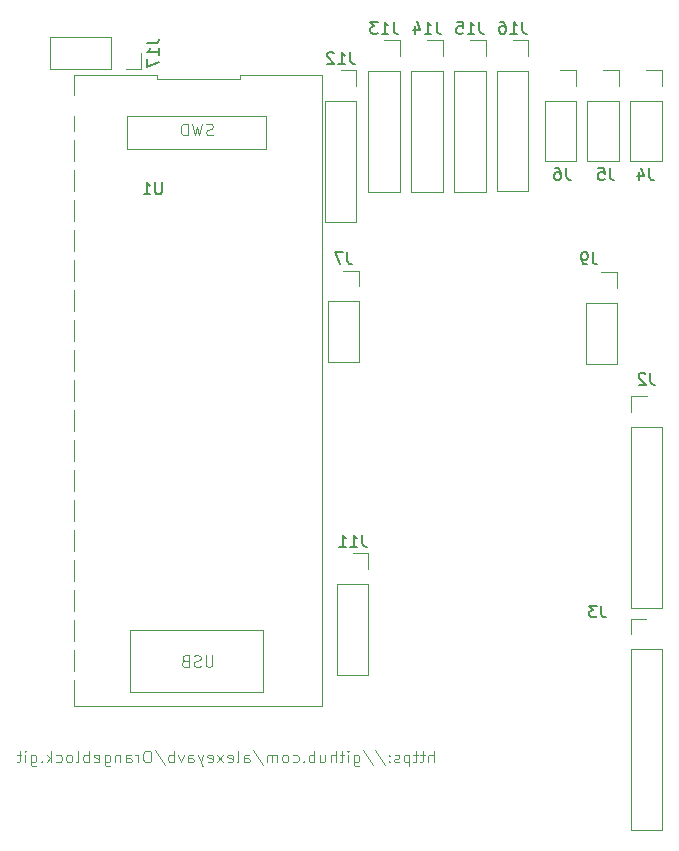
<source format=gbo>
G04 #@! TF.GenerationSoftware,KiCad,Pcbnew,8.0.5*
G04 #@! TF.CreationDate,2024-10-14T11:26:21+05:00*
G04 #@! TF.ProjectId,2floor_for_orange_pi,32666c6f-6f72-45f6-966f-725f6f72616e,rev?*
G04 #@! TF.SameCoordinates,Original*
G04 #@! TF.FileFunction,Legend,Bot*
G04 #@! TF.FilePolarity,Positive*
%FSLAX46Y46*%
G04 Gerber Fmt 4.6, Leading zero omitted, Abs format (unit mm)*
G04 Created by KiCad (PCBNEW 8.0.5) date 2024-10-14 11:26:21*
%MOMM*%
%LPD*%
G01*
G04 APERTURE LIST*
%ADD10C,0.100000*%
%ADD11C,0.150000*%
%ADD12C,0.120000*%
%ADD13R,1.700000X1.700000*%
%ADD14O,1.700000X1.700000*%
%ADD15R,2.000000X1.200000*%
%ADD16O,2.000000X1.200000*%
G04 APERTURE END LIST*
D10*
X56536115Y-79512419D02*
X56536115Y-78512419D01*
X56107544Y-79512419D02*
X56107544Y-78988609D01*
X56107544Y-78988609D02*
X56155163Y-78893371D01*
X56155163Y-78893371D02*
X56250401Y-78845752D01*
X56250401Y-78845752D02*
X56393258Y-78845752D01*
X56393258Y-78845752D02*
X56488496Y-78893371D01*
X56488496Y-78893371D02*
X56536115Y-78940990D01*
X55774210Y-78845752D02*
X55393258Y-78845752D01*
X55631353Y-78512419D02*
X55631353Y-79369561D01*
X55631353Y-79369561D02*
X55583734Y-79464800D01*
X55583734Y-79464800D02*
X55488496Y-79512419D01*
X55488496Y-79512419D02*
X55393258Y-79512419D01*
X55202781Y-78845752D02*
X54821829Y-78845752D01*
X55059924Y-78512419D02*
X55059924Y-79369561D01*
X55059924Y-79369561D02*
X55012305Y-79464800D01*
X55012305Y-79464800D02*
X54917067Y-79512419D01*
X54917067Y-79512419D02*
X54821829Y-79512419D01*
X54488495Y-78845752D02*
X54488495Y-79845752D01*
X54488495Y-78893371D02*
X54393257Y-78845752D01*
X54393257Y-78845752D02*
X54202781Y-78845752D01*
X54202781Y-78845752D02*
X54107543Y-78893371D01*
X54107543Y-78893371D02*
X54059924Y-78940990D01*
X54059924Y-78940990D02*
X54012305Y-79036228D01*
X54012305Y-79036228D02*
X54012305Y-79321942D01*
X54012305Y-79321942D02*
X54059924Y-79417180D01*
X54059924Y-79417180D02*
X54107543Y-79464800D01*
X54107543Y-79464800D02*
X54202781Y-79512419D01*
X54202781Y-79512419D02*
X54393257Y-79512419D01*
X54393257Y-79512419D02*
X54488495Y-79464800D01*
X53631352Y-79464800D02*
X53536114Y-79512419D01*
X53536114Y-79512419D02*
X53345638Y-79512419D01*
X53345638Y-79512419D02*
X53250400Y-79464800D01*
X53250400Y-79464800D02*
X53202781Y-79369561D01*
X53202781Y-79369561D02*
X53202781Y-79321942D01*
X53202781Y-79321942D02*
X53250400Y-79226704D01*
X53250400Y-79226704D02*
X53345638Y-79179085D01*
X53345638Y-79179085D02*
X53488495Y-79179085D01*
X53488495Y-79179085D02*
X53583733Y-79131466D01*
X53583733Y-79131466D02*
X53631352Y-79036228D01*
X53631352Y-79036228D02*
X53631352Y-78988609D01*
X53631352Y-78988609D02*
X53583733Y-78893371D01*
X53583733Y-78893371D02*
X53488495Y-78845752D01*
X53488495Y-78845752D02*
X53345638Y-78845752D01*
X53345638Y-78845752D02*
X53250400Y-78893371D01*
X52774209Y-79417180D02*
X52726590Y-79464800D01*
X52726590Y-79464800D02*
X52774209Y-79512419D01*
X52774209Y-79512419D02*
X52821828Y-79464800D01*
X52821828Y-79464800D02*
X52774209Y-79417180D01*
X52774209Y-79417180D02*
X52774209Y-79512419D01*
X52774209Y-78893371D02*
X52726590Y-78940990D01*
X52726590Y-78940990D02*
X52774209Y-78988609D01*
X52774209Y-78988609D02*
X52821828Y-78940990D01*
X52821828Y-78940990D02*
X52774209Y-78893371D01*
X52774209Y-78893371D02*
X52774209Y-78988609D01*
X51583734Y-78464800D02*
X52440876Y-79750514D01*
X50536115Y-78464800D02*
X51393257Y-79750514D01*
X49774210Y-78845752D02*
X49774210Y-79655276D01*
X49774210Y-79655276D02*
X49821829Y-79750514D01*
X49821829Y-79750514D02*
X49869448Y-79798133D01*
X49869448Y-79798133D02*
X49964686Y-79845752D01*
X49964686Y-79845752D02*
X50107543Y-79845752D01*
X50107543Y-79845752D02*
X50202781Y-79798133D01*
X49774210Y-79464800D02*
X49869448Y-79512419D01*
X49869448Y-79512419D02*
X50059924Y-79512419D01*
X50059924Y-79512419D02*
X50155162Y-79464800D01*
X50155162Y-79464800D02*
X50202781Y-79417180D01*
X50202781Y-79417180D02*
X50250400Y-79321942D01*
X50250400Y-79321942D02*
X50250400Y-79036228D01*
X50250400Y-79036228D02*
X50202781Y-78940990D01*
X50202781Y-78940990D02*
X50155162Y-78893371D01*
X50155162Y-78893371D02*
X50059924Y-78845752D01*
X50059924Y-78845752D02*
X49869448Y-78845752D01*
X49869448Y-78845752D02*
X49774210Y-78893371D01*
X49298019Y-79512419D02*
X49298019Y-78845752D01*
X49298019Y-78512419D02*
X49345638Y-78560038D01*
X49345638Y-78560038D02*
X49298019Y-78607657D01*
X49298019Y-78607657D02*
X49250400Y-78560038D01*
X49250400Y-78560038D02*
X49298019Y-78512419D01*
X49298019Y-78512419D02*
X49298019Y-78607657D01*
X48964686Y-78845752D02*
X48583734Y-78845752D01*
X48821829Y-78512419D02*
X48821829Y-79369561D01*
X48821829Y-79369561D02*
X48774210Y-79464800D01*
X48774210Y-79464800D02*
X48678972Y-79512419D01*
X48678972Y-79512419D02*
X48583734Y-79512419D01*
X48250400Y-79512419D02*
X48250400Y-78512419D01*
X47821829Y-79512419D02*
X47821829Y-78988609D01*
X47821829Y-78988609D02*
X47869448Y-78893371D01*
X47869448Y-78893371D02*
X47964686Y-78845752D01*
X47964686Y-78845752D02*
X48107543Y-78845752D01*
X48107543Y-78845752D02*
X48202781Y-78893371D01*
X48202781Y-78893371D02*
X48250400Y-78940990D01*
X46917067Y-78845752D02*
X46917067Y-79512419D01*
X47345638Y-78845752D02*
X47345638Y-79369561D01*
X47345638Y-79369561D02*
X47298019Y-79464800D01*
X47298019Y-79464800D02*
X47202781Y-79512419D01*
X47202781Y-79512419D02*
X47059924Y-79512419D01*
X47059924Y-79512419D02*
X46964686Y-79464800D01*
X46964686Y-79464800D02*
X46917067Y-79417180D01*
X46440876Y-79512419D02*
X46440876Y-78512419D01*
X46440876Y-78893371D02*
X46345638Y-78845752D01*
X46345638Y-78845752D02*
X46155162Y-78845752D01*
X46155162Y-78845752D02*
X46059924Y-78893371D01*
X46059924Y-78893371D02*
X46012305Y-78940990D01*
X46012305Y-78940990D02*
X45964686Y-79036228D01*
X45964686Y-79036228D02*
X45964686Y-79321942D01*
X45964686Y-79321942D02*
X46012305Y-79417180D01*
X46012305Y-79417180D02*
X46059924Y-79464800D01*
X46059924Y-79464800D02*
X46155162Y-79512419D01*
X46155162Y-79512419D02*
X46345638Y-79512419D01*
X46345638Y-79512419D02*
X46440876Y-79464800D01*
X45536114Y-79417180D02*
X45488495Y-79464800D01*
X45488495Y-79464800D02*
X45536114Y-79512419D01*
X45536114Y-79512419D02*
X45583733Y-79464800D01*
X45583733Y-79464800D02*
X45536114Y-79417180D01*
X45536114Y-79417180D02*
X45536114Y-79512419D01*
X44631353Y-79464800D02*
X44726591Y-79512419D01*
X44726591Y-79512419D02*
X44917067Y-79512419D01*
X44917067Y-79512419D02*
X45012305Y-79464800D01*
X45012305Y-79464800D02*
X45059924Y-79417180D01*
X45059924Y-79417180D02*
X45107543Y-79321942D01*
X45107543Y-79321942D02*
X45107543Y-79036228D01*
X45107543Y-79036228D02*
X45059924Y-78940990D01*
X45059924Y-78940990D02*
X45012305Y-78893371D01*
X45012305Y-78893371D02*
X44917067Y-78845752D01*
X44917067Y-78845752D02*
X44726591Y-78845752D01*
X44726591Y-78845752D02*
X44631353Y-78893371D01*
X44059924Y-79512419D02*
X44155162Y-79464800D01*
X44155162Y-79464800D02*
X44202781Y-79417180D01*
X44202781Y-79417180D02*
X44250400Y-79321942D01*
X44250400Y-79321942D02*
X44250400Y-79036228D01*
X44250400Y-79036228D02*
X44202781Y-78940990D01*
X44202781Y-78940990D02*
X44155162Y-78893371D01*
X44155162Y-78893371D02*
X44059924Y-78845752D01*
X44059924Y-78845752D02*
X43917067Y-78845752D01*
X43917067Y-78845752D02*
X43821829Y-78893371D01*
X43821829Y-78893371D02*
X43774210Y-78940990D01*
X43774210Y-78940990D02*
X43726591Y-79036228D01*
X43726591Y-79036228D02*
X43726591Y-79321942D01*
X43726591Y-79321942D02*
X43774210Y-79417180D01*
X43774210Y-79417180D02*
X43821829Y-79464800D01*
X43821829Y-79464800D02*
X43917067Y-79512419D01*
X43917067Y-79512419D02*
X44059924Y-79512419D01*
X43298019Y-79512419D02*
X43298019Y-78845752D01*
X43298019Y-78940990D02*
X43250400Y-78893371D01*
X43250400Y-78893371D02*
X43155162Y-78845752D01*
X43155162Y-78845752D02*
X43012305Y-78845752D01*
X43012305Y-78845752D02*
X42917067Y-78893371D01*
X42917067Y-78893371D02*
X42869448Y-78988609D01*
X42869448Y-78988609D02*
X42869448Y-79512419D01*
X42869448Y-78988609D02*
X42821829Y-78893371D01*
X42821829Y-78893371D02*
X42726591Y-78845752D01*
X42726591Y-78845752D02*
X42583734Y-78845752D01*
X42583734Y-78845752D02*
X42488495Y-78893371D01*
X42488495Y-78893371D02*
X42440876Y-78988609D01*
X42440876Y-78988609D02*
X42440876Y-79512419D01*
X41250401Y-78464800D02*
X42107543Y-79750514D01*
X40488496Y-79512419D02*
X40488496Y-78988609D01*
X40488496Y-78988609D02*
X40536115Y-78893371D01*
X40536115Y-78893371D02*
X40631353Y-78845752D01*
X40631353Y-78845752D02*
X40821829Y-78845752D01*
X40821829Y-78845752D02*
X40917067Y-78893371D01*
X40488496Y-79464800D02*
X40583734Y-79512419D01*
X40583734Y-79512419D02*
X40821829Y-79512419D01*
X40821829Y-79512419D02*
X40917067Y-79464800D01*
X40917067Y-79464800D02*
X40964686Y-79369561D01*
X40964686Y-79369561D02*
X40964686Y-79274323D01*
X40964686Y-79274323D02*
X40917067Y-79179085D01*
X40917067Y-79179085D02*
X40821829Y-79131466D01*
X40821829Y-79131466D02*
X40583734Y-79131466D01*
X40583734Y-79131466D02*
X40488496Y-79083847D01*
X39869448Y-79512419D02*
X39964686Y-79464800D01*
X39964686Y-79464800D02*
X40012305Y-79369561D01*
X40012305Y-79369561D02*
X40012305Y-78512419D01*
X39107543Y-79464800D02*
X39202781Y-79512419D01*
X39202781Y-79512419D02*
X39393257Y-79512419D01*
X39393257Y-79512419D02*
X39488495Y-79464800D01*
X39488495Y-79464800D02*
X39536114Y-79369561D01*
X39536114Y-79369561D02*
X39536114Y-78988609D01*
X39536114Y-78988609D02*
X39488495Y-78893371D01*
X39488495Y-78893371D02*
X39393257Y-78845752D01*
X39393257Y-78845752D02*
X39202781Y-78845752D01*
X39202781Y-78845752D02*
X39107543Y-78893371D01*
X39107543Y-78893371D02*
X39059924Y-78988609D01*
X39059924Y-78988609D02*
X39059924Y-79083847D01*
X39059924Y-79083847D02*
X39536114Y-79179085D01*
X38726590Y-79512419D02*
X38202781Y-78845752D01*
X38726590Y-78845752D02*
X38202781Y-79512419D01*
X37440876Y-79464800D02*
X37536114Y-79512419D01*
X37536114Y-79512419D02*
X37726590Y-79512419D01*
X37726590Y-79512419D02*
X37821828Y-79464800D01*
X37821828Y-79464800D02*
X37869447Y-79369561D01*
X37869447Y-79369561D02*
X37869447Y-78988609D01*
X37869447Y-78988609D02*
X37821828Y-78893371D01*
X37821828Y-78893371D02*
X37726590Y-78845752D01*
X37726590Y-78845752D02*
X37536114Y-78845752D01*
X37536114Y-78845752D02*
X37440876Y-78893371D01*
X37440876Y-78893371D02*
X37393257Y-78988609D01*
X37393257Y-78988609D02*
X37393257Y-79083847D01*
X37393257Y-79083847D02*
X37869447Y-79179085D01*
X37059923Y-78845752D02*
X36821828Y-79512419D01*
X36583733Y-78845752D02*
X36821828Y-79512419D01*
X36821828Y-79512419D02*
X36917066Y-79750514D01*
X36917066Y-79750514D02*
X36964685Y-79798133D01*
X36964685Y-79798133D02*
X37059923Y-79845752D01*
X35774209Y-79512419D02*
X35774209Y-78988609D01*
X35774209Y-78988609D02*
X35821828Y-78893371D01*
X35821828Y-78893371D02*
X35917066Y-78845752D01*
X35917066Y-78845752D02*
X36107542Y-78845752D01*
X36107542Y-78845752D02*
X36202780Y-78893371D01*
X35774209Y-79464800D02*
X35869447Y-79512419D01*
X35869447Y-79512419D02*
X36107542Y-79512419D01*
X36107542Y-79512419D02*
X36202780Y-79464800D01*
X36202780Y-79464800D02*
X36250399Y-79369561D01*
X36250399Y-79369561D02*
X36250399Y-79274323D01*
X36250399Y-79274323D02*
X36202780Y-79179085D01*
X36202780Y-79179085D02*
X36107542Y-79131466D01*
X36107542Y-79131466D02*
X35869447Y-79131466D01*
X35869447Y-79131466D02*
X35774209Y-79083847D01*
X35393256Y-78845752D02*
X35155161Y-79512419D01*
X35155161Y-79512419D02*
X34917066Y-78845752D01*
X34536113Y-79512419D02*
X34536113Y-78512419D01*
X34536113Y-78893371D02*
X34440875Y-78845752D01*
X34440875Y-78845752D02*
X34250399Y-78845752D01*
X34250399Y-78845752D02*
X34155161Y-78893371D01*
X34155161Y-78893371D02*
X34107542Y-78940990D01*
X34107542Y-78940990D02*
X34059923Y-79036228D01*
X34059923Y-79036228D02*
X34059923Y-79321942D01*
X34059923Y-79321942D02*
X34107542Y-79417180D01*
X34107542Y-79417180D02*
X34155161Y-79464800D01*
X34155161Y-79464800D02*
X34250399Y-79512419D01*
X34250399Y-79512419D02*
X34440875Y-79512419D01*
X34440875Y-79512419D02*
X34536113Y-79464800D01*
X32917066Y-78464800D02*
X33774208Y-79750514D01*
X32393256Y-78512419D02*
X32202780Y-78512419D01*
X32202780Y-78512419D02*
X32107542Y-78560038D01*
X32107542Y-78560038D02*
X32012304Y-78655276D01*
X32012304Y-78655276D02*
X31964685Y-78845752D01*
X31964685Y-78845752D02*
X31964685Y-79179085D01*
X31964685Y-79179085D02*
X32012304Y-79369561D01*
X32012304Y-79369561D02*
X32107542Y-79464800D01*
X32107542Y-79464800D02*
X32202780Y-79512419D01*
X32202780Y-79512419D02*
X32393256Y-79512419D01*
X32393256Y-79512419D02*
X32488494Y-79464800D01*
X32488494Y-79464800D02*
X32583732Y-79369561D01*
X32583732Y-79369561D02*
X32631351Y-79179085D01*
X32631351Y-79179085D02*
X32631351Y-78845752D01*
X32631351Y-78845752D02*
X32583732Y-78655276D01*
X32583732Y-78655276D02*
X32488494Y-78560038D01*
X32488494Y-78560038D02*
X32393256Y-78512419D01*
X31536113Y-79512419D02*
X31536113Y-78845752D01*
X31536113Y-79036228D02*
X31488494Y-78940990D01*
X31488494Y-78940990D02*
X31440875Y-78893371D01*
X31440875Y-78893371D02*
X31345637Y-78845752D01*
X31345637Y-78845752D02*
X31250399Y-78845752D01*
X30488494Y-79512419D02*
X30488494Y-78988609D01*
X30488494Y-78988609D02*
X30536113Y-78893371D01*
X30536113Y-78893371D02*
X30631351Y-78845752D01*
X30631351Y-78845752D02*
X30821827Y-78845752D01*
X30821827Y-78845752D02*
X30917065Y-78893371D01*
X30488494Y-79464800D02*
X30583732Y-79512419D01*
X30583732Y-79512419D02*
X30821827Y-79512419D01*
X30821827Y-79512419D02*
X30917065Y-79464800D01*
X30917065Y-79464800D02*
X30964684Y-79369561D01*
X30964684Y-79369561D02*
X30964684Y-79274323D01*
X30964684Y-79274323D02*
X30917065Y-79179085D01*
X30917065Y-79179085D02*
X30821827Y-79131466D01*
X30821827Y-79131466D02*
X30583732Y-79131466D01*
X30583732Y-79131466D02*
X30488494Y-79083847D01*
X30012303Y-78845752D02*
X30012303Y-79512419D01*
X30012303Y-78940990D02*
X29964684Y-78893371D01*
X29964684Y-78893371D02*
X29869446Y-78845752D01*
X29869446Y-78845752D02*
X29726589Y-78845752D01*
X29726589Y-78845752D02*
X29631351Y-78893371D01*
X29631351Y-78893371D02*
X29583732Y-78988609D01*
X29583732Y-78988609D02*
X29583732Y-79512419D01*
X28678970Y-78845752D02*
X28678970Y-79655276D01*
X28678970Y-79655276D02*
X28726589Y-79750514D01*
X28726589Y-79750514D02*
X28774208Y-79798133D01*
X28774208Y-79798133D02*
X28869446Y-79845752D01*
X28869446Y-79845752D02*
X29012303Y-79845752D01*
X29012303Y-79845752D02*
X29107541Y-79798133D01*
X28678970Y-79464800D02*
X28774208Y-79512419D01*
X28774208Y-79512419D02*
X28964684Y-79512419D01*
X28964684Y-79512419D02*
X29059922Y-79464800D01*
X29059922Y-79464800D02*
X29107541Y-79417180D01*
X29107541Y-79417180D02*
X29155160Y-79321942D01*
X29155160Y-79321942D02*
X29155160Y-79036228D01*
X29155160Y-79036228D02*
X29107541Y-78940990D01*
X29107541Y-78940990D02*
X29059922Y-78893371D01*
X29059922Y-78893371D02*
X28964684Y-78845752D01*
X28964684Y-78845752D02*
X28774208Y-78845752D01*
X28774208Y-78845752D02*
X28678970Y-78893371D01*
X27821827Y-79464800D02*
X27917065Y-79512419D01*
X27917065Y-79512419D02*
X28107541Y-79512419D01*
X28107541Y-79512419D02*
X28202779Y-79464800D01*
X28202779Y-79464800D02*
X28250398Y-79369561D01*
X28250398Y-79369561D02*
X28250398Y-78988609D01*
X28250398Y-78988609D02*
X28202779Y-78893371D01*
X28202779Y-78893371D02*
X28107541Y-78845752D01*
X28107541Y-78845752D02*
X27917065Y-78845752D01*
X27917065Y-78845752D02*
X27821827Y-78893371D01*
X27821827Y-78893371D02*
X27774208Y-78988609D01*
X27774208Y-78988609D02*
X27774208Y-79083847D01*
X27774208Y-79083847D02*
X28250398Y-79179085D01*
X27345636Y-79512419D02*
X27345636Y-78512419D01*
X27345636Y-78893371D02*
X27250398Y-78845752D01*
X27250398Y-78845752D02*
X27059922Y-78845752D01*
X27059922Y-78845752D02*
X26964684Y-78893371D01*
X26964684Y-78893371D02*
X26917065Y-78940990D01*
X26917065Y-78940990D02*
X26869446Y-79036228D01*
X26869446Y-79036228D02*
X26869446Y-79321942D01*
X26869446Y-79321942D02*
X26917065Y-79417180D01*
X26917065Y-79417180D02*
X26964684Y-79464800D01*
X26964684Y-79464800D02*
X27059922Y-79512419D01*
X27059922Y-79512419D02*
X27250398Y-79512419D01*
X27250398Y-79512419D02*
X27345636Y-79464800D01*
X26298017Y-79512419D02*
X26393255Y-79464800D01*
X26393255Y-79464800D02*
X26440874Y-79369561D01*
X26440874Y-79369561D02*
X26440874Y-78512419D01*
X25774207Y-79512419D02*
X25869445Y-79464800D01*
X25869445Y-79464800D02*
X25917064Y-79417180D01*
X25917064Y-79417180D02*
X25964683Y-79321942D01*
X25964683Y-79321942D02*
X25964683Y-79036228D01*
X25964683Y-79036228D02*
X25917064Y-78940990D01*
X25917064Y-78940990D02*
X25869445Y-78893371D01*
X25869445Y-78893371D02*
X25774207Y-78845752D01*
X25774207Y-78845752D02*
X25631350Y-78845752D01*
X25631350Y-78845752D02*
X25536112Y-78893371D01*
X25536112Y-78893371D02*
X25488493Y-78940990D01*
X25488493Y-78940990D02*
X25440874Y-79036228D01*
X25440874Y-79036228D02*
X25440874Y-79321942D01*
X25440874Y-79321942D02*
X25488493Y-79417180D01*
X25488493Y-79417180D02*
X25536112Y-79464800D01*
X25536112Y-79464800D02*
X25631350Y-79512419D01*
X25631350Y-79512419D02*
X25774207Y-79512419D01*
X24583731Y-79464800D02*
X24678969Y-79512419D01*
X24678969Y-79512419D02*
X24869445Y-79512419D01*
X24869445Y-79512419D02*
X24964683Y-79464800D01*
X24964683Y-79464800D02*
X25012302Y-79417180D01*
X25012302Y-79417180D02*
X25059921Y-79321942D01*
X25059921Y-79321942D02*
X25059921Y-79036228D01*
X25059921Y-79036228D02*
X25012302Y-78940990D01*
X25012302Y-78940990D02*
X24964683Y-78893371D01*
X24964683Y-78893371D02*
X24869445Y-78845752D01*
X24869445Y-78845752D02*
X24678969Y-78845752D01*
X24678969Y-78845752D02*
X24583731Y-78893371D01*
X24155159Y-79512419D02*
X24155159Y-78512419D01*
X24059921Y-79131466D02*
X23774207Y-79512419D01*
X23774207Y-78845752D02*
X24155159Y-79226704D01*
X23345635Y-79417180D02*
X23298016Y-79464800D01*
X23298016Y-79464800D02*
X23345635Y-79512419D01*
X23345635Y-79512419D02*
X23393254Y-79464800D01*
X23393254Y-79464800D02*
X23345635Y-79417180D01*
X23345635Y-79417180D02*
X23345635Y-79512419D01*
X22440874Y-78845752D02*
X22440874Y-79655276D01*
X22440874Y-79655276D02*
X22488493Y-79750514D01*
X22488493Y-79750514D02*
X22536112Y-79798133D01*
X22536112Y-79798133D02*
X22631350Y-79845752D01*
X22631350Y-79845752D02*
X22774207Y-79845752D01*
X22774207Y-79845752D02*
X22869445Y-79798133D01*
X22440874Y-79464800D02*
X22536112Y-79512419D01*
X22536112Y-79512419D02*
X22726588Y-79512419D01*
X22726588Y-79512419D02*
X22821826Y-79464800D01*
X22821826Y-79464800D02*
X22869445Y-79417180D01*
X22869445Y-79417180D02*
X22917064Y-79321942D01*
X22917064Y-79321942D02*
X22917064Y-79036228D01*
X22917064Y-79036228D02*
X22869445Y-78940990D01*
X22869445Y-78940990D02*
X22821826Y-78893371D01*
X22821826Y-78893371D02*
X22726588Y-78845752D01*
X22726588Y-78845752D02*
X22536112Y-78845752D01*
X22536112Y-78845752D02*
X22440874Y-78893371D01*
X21964683Y-79512419D02*
X21964683Y-78845752D01*
X21964683Y-78512419D02*
X22012302Y-78560038D01*
X22012302Y-78560038D02*
X21964683Y-78607657D01*
X21964683Y-78607657D02*
X21917064Y-78560038D01*
X21917064Y-78560038D02*
X21964683Y-78512419D01*
X21964683Y-78512419D02*
X21964683Y-78607657D01*
X21631350Y-78845752D02*
X21250398Y-78845752D01*
X21488493Y-78512419D02*
X21488493Y-79369561D01*
X21488493Y-79369561D02*
X21440874Y-79464800D01*
X21440874Y-79464800D02*
X21345636Y-79512419D01*
X21345636Y-79512419D02*
X21250398Y-79512419D01*
D11*
X64039523Y-16794819D02*
X64039523Y-17509104D01*
X64039523Y-17509104D02*
X64087142Y-17651961D01*
X64087142Y-17651961D02*
X64182380Y-17747200D01*
X64182380Y-17747200D02*
X64325237Y-17794819D01*
X64325237Y-17794819D02*
X64420475Y-17794819D01*
X63039523Y-17794819D02*
X63610951Y-17794819D01*
X63325237Y-17794819D02*
X63325237Y-16794819D01*
X63325237Y-16794819D02*
X63420475Y-16937676D01*
X63420475Y-16937676D02*
X63515713Y-17032914D01*
X63515713Y-17032914D02*
X63610951Y-17080533D01*
X62182380Y-16794819D02*
X62372856Y-16794819D01*
X62372856Y-16794819D02*
X62468094Y-16842438D01*
X62468094Y-16842438D02*
X62515713Y-16890057D01*
X62515713Y-16890057D02*
X62610951Y-17032914D01*
X62610951Y-17032914D02*
X62658570Y-17223390D01*
X62658570Y-17223390D02*
X62658570Y-17604342D01*
X62658570Y-17604342D02*
X62610951Y-17699580D01*
X62610951Y-17699580D02*
X62563332Y-17747200D01*
X62563332Y-17747200D02*
X62468094Y-17794819D01*
X62468094Y-17794819D02*
X62277618Y-17794819D01*
X62277618Y-17794819D02*
X62182380Y-17747200D01*
X62182380Y-17747200D02*
X62134761Y-17699580D01*
X62134761Y-17699580D02*
X62087142Y-17604342D01*
X62087142Y-17604342D02*
X62087142Y-17366247D01*
X62087142Y-17366247D02*
X62134761Y-17271009D01*
X62134761Y-17271009D02*
X62182380Y-17223390D01*
X62182380Y-17223390D02*
X62277618Y-17175771D01*
X62277618Y-17175771D02*
X62468094Y-17175771D01*
X62468094Y-17175771D02*
X62563332Y-17223390D01*
X62563332Y-17223390D02*
X62610951Y-17271009D01*
X62610951Y-17271009D02*
X62658570Y-17366247D01*
X49243333Y-36314819D02*
X49243333Y-37029104D01*
X49243333Y-37029104D02*
X49290952Y-37171961D01*
X49290952Y-37171961D02*
X49386190Y-37267200D01*
X49386190Y-37267200D02*
X49529047Y-37314819D01*
X49529047Y-37314819D02*
X49624285Y-37314819D01*
X48862380Y-36314819D02*
X48195714Y-36314819D01*
X48195714Y-36314819D02*
X48624285Y-37314819D01*
X70023333Y-36324819D02*
X70023333Y-37039104D01*
X70023333Y-37039104D02*
X70070952Y-37181961D01*
X70070952Y-37181961D02*
X70166190Y-37277200D01*
X70166190Y-37277200D02*
X70309047Y-37324819D01*
X70309047Y-37324819D02*
X70404285Y-37324819D01*
X69499523Y-37324819D02*
X69309047Y-37324819D01*
X69309047Y-37324819D02*
X69213809Y-37277200D01*
X69213809Y-37277200D02*
X69166190Y-37229580D01*
X69166190Y-37229580D02*
X69070952Y-37086723D01*
X69070952Y-37086723D02*
X69023333Y-36896247D01*
X69023333Y-36896247D02*
X69023333Y-36515295D01*
X69023333Y-36515295D02*
X69070952Y-36420057D01*
X69070952Y-36420057D02*
X69118571Y-36372438D01*
X69118571Y-36372438D02*
X69213809Y-36324819D01*
X69213809Y-36324819D02*
X69404285Y-36324819D01*
X69404285Y-36324819D02*
X69499523Y-36372438D01*
X69499523Y-36372438D02*
X69547142Y-36420057D01*
X69547142Y-36420057D02*
X69594761Y-36515295D01*
X69594761Y-36515295D02*
X69594761Y-36753390D01*
X69594761Y-36753390D02*
X69547142Y-36848628D01*
X69547142Y-36848628D02*
X69499523Y-36896247D01*
X69499523Y-36896247D02*
X69404285Y-36943866D01*
X69404285Y-36943866D02*
X69213809Y-36943866D01*
X69213809Y-36943866D02*
X69118571Y-36896247D01*
X69118571Y-36896247D02*
X69070952Y-36848628D01*
X69070952Y-36848628D02*
X69023333Y-36753390D01*
X32264819Y-18620476D02*
X32979104Y-18620476D01*
X32979104Y-18620476D02*
X33121961Y-18572857D01*
X33121961Y-18572857D02*
X33217200Y-18477619D01*
X33217200Y-18477619D02*
X33264819Y-18334762D01*
X33264819Y-18334762D02*
X33264819Y-18239524D01*
X33264819Y-19620476D02*
X33264819Y-19049048D01*
X33264819Y-19334762D02*
X32264819Y-19334762D01*
X32264819Y-19334762D02*
X32407676Y-19239524D01*
X32407676Y-19239524D02*
X32502914Y-19144286D01*
X32502914Y-19144286D02*
X32550533Y-19049048D01*
X32264819Y-19953810D02*
X32264819Y-20620476D01*
X32264819Y-20620476D02*
X33264819Y-20191905D01*
X33551904Y-30394819D02*
X33551904Y-31204342D01*
X33551904Y-31204342D02*
X33504285Y-31299580D01*
X33504285Y-31299580D02*
X33456666Y-31347200D01*
X33456666Y-31347200D02*
X33361428Y-31394819D01*
X33361428Y-31394819D02*
X33170952Y-31394819D01*
X33170952Y-31394819D02*
X33075714Y-31347200D01*
X33075714Y-31347200D02*
X33028095Y-31299580D01*
X33028095Y-31299580D02*
X32980476Y-31204342D01*
X32980476Y-31204342D02*
X32980476Y-30394819D01*
X31980476Y-31394819D02*
X32551904Y-31394819D01*
X32266190Y-31394819D02*
X32266190Y-30394819D01*
X32266190Y-30394819D02*
X32361428Y-30537676D01*
X32361428Y-30537676D02*
X32456666Y-30632914D01*
X32456666Y-30632914D02*
X32551904Y-30680533D01*
D10*
X37863734Y-26364800D02*
X37720877Y-26412419D01*
X37720877Y-26412419D02*
X37482782Y-26412419D01*
X37482782Y-26412419D02*
X37387544Y-26364800D01*
X37387544Y-26364800D02*
X37339925Y-26317180D01*
X37339925Y-26317180D02*
X37292306Y-26221942D01*
X37292306Y-26221942D02*
X37292306Y-26126704D01*
X37292306Y-26126704D02*
X37339925Y-26031466D01*
X37339925Y-26031466D02*
X37387544Y-25983847D01*
X37387544Y-25983847D02*
X37482782Y-25936228D01*
X37482782Y-25936228D02*
X37673258Y-25888609D01*
X37673258Y-25888609D02*
X37768496Y-25840990D01*
X37768496Y-25840990D02*
X37816115Y-25793371D01*
X37816115Y-25793371D02*
X37863734Y-25698133D01*
X37863734Y-25698133D02*
X37863734Y-25602895D01*
X37863734Y-25602895D02*
X37816115Y-25507657D01*
X37816115Y-25507657D02*
X37768496Y-25460038D01*
X37768496Y-25460038D02*
X37673258Y-25412419D01*
X37673258Y-25412419D02*
X37435163Y-25412419D01*
X37435163Y-25412419D02*
X37292306Y-25460038D01*
X36958972Y-25412419D02*
X36720877Y-26412419D01*
X36720877Y-26412419D02*
X36530401Y-25698133D01*
X36530401Y-25698133D02*
X36339925Y-26412419D01*
X36339925Y-26412419D02*
X36101830Y-25412419D01*
X35720877Y-26412419D02*
X35720877Y-25412419D01*
X35720877Y-25412419D02*
X35482782Y-25412419D01*
X35482782Y-25412419D02*
X35339925Y-25460038D01*
X35339925Y-25460038D02*
X35244687Y-25555276D01*
X35244687Y-25555276D02*
X35197068Y-25650514D01*
X35197068Y-25650514D02*
X35149449Y-25840990D01*
X35149449Y-25840990D02*
X35149449Y-25983847D01*
X35149449Y-25983847D02*
X35197068Y-26174323D01*
X35197068Y-26174323D02*
X35244687Y-26269561D01*
X35244687Y-26269561D02*
X35339925Y-26364800D01*
X35339925Y-26364800D02*
X35482782Y-26412419D01*
X35482782Y-26412419D02*
X35720877Y-26412419D01*
X37816115Y-70412419D02*
X37816115Y-71221942D01*
X37816115Y-71221942D02*
X37768496Y-71317180D01*
X37768496Y-71317180D02*
X37720877Y-71364800D01*
X37720877Y-71364800D02*
X37625639Y-71412419D01*
X37625639Y-71412419D02*
X37435163Y-71412419D01*
X37435163Y-71412419D02*
X37339925Y-71364800D01*
X37339925Y-71364800D02*
X37292306Y-71317180D01*
X37292306Y-71317180D02*
X37244687Y-71221942D01*
X37244687Y-71221942D02*
X37244687Y-70412419D01*
X36816115Y-71364800D02*
X36673258Y-71412419D01*
X36673258Y-71412419D02*
X36435163Y-71412419D01*
X36435163Y-71412419D02*
X36339925Y-71364800D01*
X36339925Y-71364800D02*
X36292306Y-71317180D01*
X36292306Y-71317180D02*
X36244687Y-71221942D01*
X36244687Y-71221942D02*
X36244687Y-71126704D01*
X36244687Y-71126704D02*
X36292306Y-71031466D01*
X36292306Y-71031466D02*
X36339925Y-70983847D01*
X36339925Y-70983847D02*
X36435163Y-70936228D01*
X36435163Y-70936228D02*
X36625639Y-70888609D01*
X36625639Y-70888609D02*
X36720877Y-70840990D01*
X36720877Y-70840990D02*
X36768496Y-70793371D01*
X36768496Y-70793371D02*
X36816115Y-70698133D01*
X36816115Y-70698133D02*
X36816115Y-70602895D01*
X36816115Y-70602895D02*
X36768496Y-70507657D01*
X36768496Y-70507657D02*
X36720877Y-70460038D01*
X36720877Y-70460038D02*
X36625639Y-70412419D01*
X36625639Y-70412419D02*
X36387544Y-70412419D01*
X36387544Y-70412419D02*
X36244687Y-70460038D01*
X35482782Y-70888609D02*
X35339925Y-70936228D01*
X35339925Y-70936228D02*
X35292306Y-70983847D01*
X35292306Y-70983847D02*
X35244687Y-71079085D01*
X35244687Y-71079085D02*
X35244687Y-71221942D01*
X35244687Y-71221942D02*
X35292306Y-71317180D01*
X35292306Y-71317180D02*
X35339925Y-71364800D01*
X35339925Y-71364800D02*
X35435163Y-71412419D01*
X35435163Y-71412419D02*
X35816115Y-71412419D01*
X35816115Y-71412419D02*
X35816115Y-70412419D01*
X35816115Y-70412419D02*
X35482782Y-70412419D01*
X35482782Y-70412419D02*
X35387544Y-70460038D01*
X35387544Y-70460038D02*
X35339925Y-70507657D01*
X35339925Y-70507657D02*
X35292306Y-70602895D01*
X35292306Y-70602895D02*
X35292306Y-70698133D01*
X35292306Y-70698133D02*
X35339925Y-70793371D01*
X35339925Y-70793371D02*
X35387544Y-70840990D01*
X35387544Y-70840990D02*
X35482782Y-70888609D01*
X35482782Y-70888609D02*
X35816115Y-70888609D01*
D11*
X70733333Y-66234819D02*
X70733333Y-66949104D01*
X70733333Y-66949104D02*
X70780952Y-67091961D01*
X70780952Y-67091961D02*
X70876190Y-67187200D01*
X70876190Y-67187200D02*
X71019047Y-67234819D01*
X71019047Y-67234819D02*
X71114285Y-67234819D01*
X70352380Y-66234819D02*
X69733333Y-66234819D01*
X69733333Y-66234819D02*
X70066666Y-66615771D01*
X70066666Y-66615771D02*
X69923809Y-66615771D01*
X69923809Y-66615771D02*
X69828571Y-66663390D01*
X69828571Y-66663390D02*
X69780952Y-66711009D01*
X69780952Y-66711009D02*
X69733333Y-66806247D01*
X69733333Y-66806247D02*
X69733333Y-67044342D01*
X69733333Y-67044342D02*
X69780952Y-67139580D01*
X69780952Y-67139580D02*
X69828571Y-67187200D01*
X69828571Y-67187200D02*
X69923809Y-67234819D01*
X69923809Y-67234819D02*
X70209523Y-67234819D01*
X70209523Y-67234819D02*
X70304761Y-67187200D01*
X70304761Y-67187200D02*
X70352380Y-67139580D01*
X56789523Y-16804819D02*
X56789523Y-17519104D01*
X56789523Y-17519104D02*
X56837142Y-17661961D01*
X56837142Y-17661961D02*
X56932380Y-17757200D01*
X56932380Y-17757200D02*
X57075237Y-17804819D01*
X57075237Y-17804819D02*
X57170475Y-17804819D01*
X55789523Y-17804819D02*
X56360951Y-17804819D01*
X56075237Y-17804819D02*
X56075237Y-16804819D01*
X56075237Y-16804819D02*
X56170475Y-16947676D01*
X56170475Y-16947676D02*
X56265713Y-17042914D01*
X56265713Y-17042914D02*
X56360951Y-17090533D01*
X54932380Y-17138152D02*
X54932380Y-17804819D01*
X55170475Y-16757200D02*
X55408570Y-17471485D01*
X55408570Y-17471485D02*
X54789523Y-17471485D01*
X74903333Y-46524819D02*
X74903333Y-47239104D01*
X74903333Y-47239104D02*
X74950952Y-47381961D01*
X74950952Y-47381961D02*
X75046190Y-47477200D01*
X75046190Y-47477200D02*
X75189047Y-47524819D01*
X75189047Y-47524819D02*
X75284285Y-47524819D01*
X74474761Y-46620057D02*
X74427142Y-46572438D01*
X74427142Y-46572438D02*
X74331904Y-46524819D01*
X74331904Y-46524819D02*
X74093809Y-46524819D01*
X74093809Y-46524819D02*
X73998571Y-46572438D01*
X73998571Y-46572438D02*
X73950952Y-46620057D01*
X73950952Y-46620057D02*
X73903333Y-46715295D01*
X73903333Y-46715295D02*
X73903333Y-46810533D01*
X73903333Y-46810533D02*
X73950952Y-46953390D01*
X73950952Y-46953390D02*
X74522380Y-47524819D01*
X74522380Y-47524819D02*
X73903333Y-47524819D01*
X67753333Y-29174819D02*
X67753333Y-29889104D01*
X67753333Y-29889104D02*
X67800952Y-30031961D01*
X67800952Y-30031961D02*
X67896190Y-30127200D01*
X67896190Y-30127200D02*
X68039047Y-30174819D01*
X68039047Y-30174819D02*
X68134285Y-30174819D01*
X66848571Y-29174819D02*
X67039047Y-29174819D01*
X67039047Y-29174819D02*
X67134285Y-29222438D01*
X67134285Y-29222438D02*
X67181904Y-29270057D01*
X67181904Y-29270057D02*
X67277142Y-29412914D01*
X67277142Y-29412914D02*
X67324761Y-29603390D01*
X67324761Y-29603390D02*
X67324761Y-29984342D01*
X67324761Y-29984342D02*
X67277142Y-30079580D01*
X67277142Y-30079580D02*
X67229523Y-30127200D01*
X67229523Y-30127200D02*
X67134285Y-30174819D01*
X67134285Y-30174819D02*
X66943809Y-30174819D01*
X66943809Y-30174819D02*
X66848571Y-30127200D01*
X66848571Y-30127200D02*
X66800952Y-30079580D01*
X66800952Y-30079580D02*
X66753333Y-29984342D01*
X66753333Y-29984342D02*
X66753333Y-29746247D01*
X66753333Y-29746247D02*
X66800952Y-29651009D01*
X66800952Y-29651009D02*
X66848571Y-29603390D01*
X66848571Y-29603390D02*
X66943809Y-29555771D01*
X66943809Y-29555771D02*
X67134285Y-29555771D01*
X67134285Y-29555771D02*
X67229523Y-29603390D01*
X67229523Y-29603390D02*
X67277142Y-29651009D01*
X67277142Y-29651009D02*
X67324761Y-29746247D01*
X53149523Y-16804819D02*
X53149523Y-17519104D01*
X53149523Y-17519104D02*
X53197142Y-17661961D01*
X53197142Y-17661961D02*
X53292380Y-17757200D01*
X53292380Y-17757200D02*
X53435237Y-17804819D01*
X53435237Y-17804819D02*
X53530475Y-17804819D01*
X52149523Y-17804819D02*
X52720951Y-17804819D01*
X52435237Y-17804819D02*
X52435237Y-16804819D01*
X52435237Y-16804819D02*
X52530475Y-16947676D01*
X52530475Y-16947676D02*
X52625713Y-17042914D01*
X52625713Y-17042914D02*
X52720951Y-17090533D01*
X51816189Y-16804819D02*
X51197142Y-16804819D01*
X51197142Y-16804819D02*
X51530475Y-17185771D01*
X51530475Y-17185771D02*
X51387618Y-17185771D01*
X51387618Y-17185771D02*
X51292380Y-17233390D01*
X51292380Y-17233390D02*
X51244761Y-17281009D01*
X51244761Y-17281009D02*
X51197142Y-17376247D01*
X51197142Y-17376247D02*
X51197142Y-17614342D01*
X51197142Y-17614342D02*
X51244761Y-17709580D01*
X51244761Y-17709580D02*
X51292380Y-17757200D01*
X51292380Y-17757200D02*
X51387618Y-17804819D01*
X51387618Y-17804819D02*
X51673332Y-17804819D01*
X51673332Y-17804819D02*
X51768570Y-17757200D01*
X51768570Y-17757200D02*
X51816189Y-17709580D01*
X71453333Y-29174819D02*
X71453333Y-29889104D01*
X71453333Y-29889104D02*
X71500952Y-30031961D01*
X71500952Y-30031961D02*
X71596190Y-30127200D01*
X71596190Y-30127200D02*
X71739047Y-30174819D01*
X71739047Y-30174819D02*
X71834285Y-30174819D01*
X70500952Y-29174819D02*
X70977142Y-29174819D01*
X70977142Y-29174819D02*
X71024761Y-29651009D01*
X71024761Y-29651009D02*
X70977142Y-29603390D01*
X70977142Y-29603390D02*
X70881904Y-29555771D01*
X70881904Y-29555771D02*
X70643809Y-29555771D01*
X70643809Y-29555771D02*
X70548571Y-29603390D01*
X70548571Y-29603390D02*
X70500952Y-29651009D01*
X70500952Y-29651009D02*
X70453333Y-29746247D01*
X70453333Y-29746247D02*
X70453333Y-29984342D01*
X70453333Y-29984342D02*
X70500952Y-30079580D01*
X70500952Y-30079580D02*
X70548571Y-30127200D01*
X70548571Y-30127200D02*
X70643809Y-30174819D01*
X70643809Y-30174819D02*
X70881904Y-30174819D01*
X70881904Y-30174819D02*
X70977142Y-30127200D01*
X70977142Y-30127200D02*
X71024761Y-30079580D01*
X74803333Y-29204819D02*
X74803333Y-29919104D01*
X74803333Y-29919104D02*
X74850952Y-30061961D01*
X74850952Y-30061961D02*
X74946190Y-30157200D01*
X74946190Y-30157200D02*
X75089047Y-30204819D01*
X75089047Y-30204819D02*
X75184285Y-30204819D01*
X73898571Y-29538152D02*
X73898571Y-30204819D01*
X74136666Y-29157200D02*
X74374761Y-29871485D01*
X74374761Y-29871485D02*
X73755714Y-29871485D01*
X50499523Y-60244819D02*
X50499523Y-60959104D01*
X50499523Y-60959104D02*
X50547142Y-61101961D01*
X50547142Y-61101961D02*
X50642380Y-61197200D01*
X50642380Y-61197200D02*
X50785237Y-61244819D01*
X50785237Y-61244819D02*
X50880475Y-61244819D01*
X49499523Y-61244819D02*
X50070951Y-61244819D01*
X49785237Y-61244819D02*
X49785237Y-60244819D01*
X49785237Y-60244819D02*
X49880475Y-60387676D01*
X49880475Y-60387676D02*
X49975713Y-60482914D01*
X49975713Y-60482914D02*
X50070951Y-60530533D01*
X48547142Y-61244819D02*
X49118570Y-61244819D01*
X48832856Y-61244819D02*
X48832856Y-60244819D01*
X48832856Y-60244819D02*
X48928094Y-60387676D01*
X48928094Y-60387676D02*
X49023332Y-60482914D01*
X49023332Y-60482914D02*
X49118570Y-60530533D01*
X60419523Y-16814819D02*
X60419523Y-17529104D01*
X60419523Y-17529104D02*
X60467142Y-17671961D01*
X60467142Y-17671961D02*
X60562380Y-17767200D01*
X60562380Y-17767200D02*
X60705237Y-17814819D01*
X60705237Y-17814819D02*
X60800475Y-17814819D01*
X59419523Y-17814819D02*
X59990951Y-17814819D01*
X59705237Y-17814819D02*
X59705237Y-16814819D01*
X59705237Y-16814819D02*
X59800475Y-16957676D01*
X59800475Y-16957676D02*
X59895713Y-17052914D01*
X59895713Y-17052914D02*
X59990951Y-17100533D01*
X58514761Y-16814819D02*
X58990951Y-16814819D01*
X58990951Y-16814819D02*
X59038570Y-17291009D01*
X59038570Y-17291009D02*
X58990951Y-17243390D01*
X58990951Y-17243390D02*
X58895713Y-17195771D01*
X58895713Y-17195771D02*
X58657618Y-17195771D01*
X58657618Y-17195771D02*
X58562380Y-17243390D01*
X58562380Y-17243390D02*
X58514761Y-17291009D01*
X58514761Y-17291009D02*
X58467142Y-17386247D01*
X58467142Y-17386247D02*
X58467142Y-17624342D01*
X58467142Y-17624342D02*
X58514761Y-17719580D01*
X58514761Y-17719580D02*
X58562380Y-17767200D01*
X58562380Y-17767200D02*
X58657618Y-17814819D01*
X58657618Y-17814819D02*
X58895713Y-17814819D01*
X58895713Y-17814819D02*
X58990951Y-17767200D01*
X58990951Y-17767200D02*
X59038570Y-17719580D01*
X49469523Y-19374819D02*
X49469523Y-20089104D01*
X49469523Y-20089104D02*
X49517142Y-20231961D01*
X49517142Y-20231961D02*
X49612380Y-20327200D01*
X49612380Y-20327200D02*
X49755237Y-20374819D01*
X49755237Y-20374819D02*
X49850475Y-20374819D01*
X48469523Y-20374819D02*
X49040951Y-20374819D01*
X48755237Y-20374819D02*
X48755237Y-19374819D01*
X48755237Y-19374819D02*
X48850475Y-19517676D01*
X48850475Y-19517676D02*
X48945713Y-19612914D01*
X48945713Y-19612914D02*
X49040951Y-19660533D01*
X48088570Y-19470057D02*
X48040951Y-19422438D01*
X48040951Y-19422438D02*
X47945713Y-19374819D01*
X47945713Y-19374819D02*
X47707618Y-19374819D01*
X47707618Y-19374819D02*
X47612380Y-19422438D01*
X47612380Y-19422438D02*
X47564761Y-19470057D01*
X47564761Y-19470057D02*
X47517142Y-19565295D01*
X47517142Y-19565295D02*
X47517142Y-19660533D01*
X47517142Y-19660533D02*
X47564761Y-19803390D01*
X47564761Y-19803390D02*
X48136189Y-20374819D01*
X48136189Y-20374819D02*
X47517142Y-20374819D01*
D12*
G04 #@! TO.C,J16*
X61900000Y-20940000D02*
X64560000Y-20940000D01*
X61900000Y-31160000D02*
X61900000Y-20940000D01*
X61900000Y-31160000D02*
X64560000Y-31160000D01*
X63230000Y-18340000D02*
X64560000Y-18340000D01*
X64560000Y-18340000D02*
X64560000Y-19670000D01*
X64560000Y-31160000D02*
X64560000Y-20940000D01*
G04 #@! TO.C,J7*
X47580000Y-40460000D02*
X50240000Y-40460000D01*
X47580000Y-45600000D02*
X47580000Y-40460000D01*
X47580000Y-45600000D02*
X50240000Y-45600000D01*
X48910000Y-37860000D02*
X50240000Y-37860000D01*
X50240000Y-37860000D02*
X50240000Y-39190000D01*
X50240000Y-45600000D02*
X50240000Y-40460000D01*
G04 #@! TO.C,J9*
X69410000Y-40610000D02*
X72070000Y-40610000D01*
X69410000Y-45750000D02*
X69410000Y-40610000D01*
X69410000Y-45750000D02*
X72070000Y-45750000D01*
X70740000Y-38010000D02*
X72070000Y-38010000D01*
X72070000Y-38010000D02*
X72070000Y-39340000D01*
X72070000Y-45750000D02*
X72070000Y-40610000D01*
G04 #@! TO.C,J17*
X24070000Y-18100000D02*
X24070000Y-20760000D01*
X24070000Y-18100000D02*
X29210000Y-18100000D01*
X24070000Y-20760000D02*
X29210000Y-20760000D01*
X29210000Y-18100000D02*
X29210000Y-20760000D01*
X31810000Y-19430000D02*
X31810000Y-20760000D01*
X31810000Y-20760000D02*
X30480000Y-20760000D01*
G04 #@! TO.C,U1*
X26120000Y-21310000D02*
X26120001Y-74770000D01*
X26120001Y-74770000D02*
X47120000Y-74770000D01*
X33120000Y-21310000D02*
X26120000Y-21310000D01*
X33120000Y-21670000D02*
X33120000Y-21310000D01*
X40119999Y-21310000D02*
X40119999Y-21670000D01*
X40119999Y-21670000D02*
X33120000Y-21670000D01*
X47119999Y-21310000D02*
X40119999Y-21310000D01*
X47120000Y-74770000D02*
X47119999Y-21310000D01*
D10*
X42120000Y-68290000D02*
X30870000Y-68290000D01*
X30870000Y-73540000D01*
X42120000Y-73540000D01*
X42120000Y-68290000D01*
X42370000Y-24790000D02*
X30620000Y-24790000D01*
X30620000Y-27540000D01*
X42370000Y-27540000D01*
X42370000Y-24790000D01*
D12*
G04 #@! TO.C,J3*
X73230000Y-67330000D02*
X74560000Y-67330000D01*
X73230000Y-68660000D02*
X73230000Y-67330000D01*
X73230000Y-69930000D02*
X75890000Y-69930000D01*
X73230000Y-85230000D02*
X73230000Y-69930000D01*
X73230000Y-85230000D02*
X75890000Y-85230000D01*
X75890000Y-85230000D02*
X75890000Y-69930000D01*
G04 #@! TO.C,J14*
X54650000Y-20950000D02*
X57310000Y-20950000D01*
X54650000Y-31170000D02*
X54650000Y-20950000D01*
X54650000Y-31170000D02*
X57310000Y-31170000D01*
X55980000Y-18350000D02*
X57310000Y-18350000D01*
X57310000Y-18350000D02*
X57310000Y-19680000D01*
X57310000Y-31170000D02*
X57310000Y-20950000D01*
G04 #@! TO.C,J2*
X73240000Y-48510000D02*
X74570000Y-48510000D01*
X73240000Y-49840000D02*
X73240000Y-48510000D01*
X73240000Y-51110000D02*
X75900000Y-51110000D01*
X73240000Y-66410000D02*
X73240000Y-51110000D01*
X73240000Y-66410000D02*
X75900000Y-66410000D01*
X75900000Y-66410000D02*
X75900000Y-51110000D01*
G04 #@! TO.C,J6*
X65950000Y-23470000D02*
X68610000Y-23470000D01*
X65950000Y-28610000D02*
X65950000Y-23470000D01*
X65950000Y-28610000D02*
X68610000Y-28610000D01*
X67280000Y-20870000D02*
X68610000Y-20870000D01*
X68610000Y-20870000D02*
X68610000Y-22200000D01*
X68610000Y-28610000D02*
X68610000Y-23470000D01*
G04 #@! TO.C,J13*
X51010000Y-20950000D02*
X53670000Y-20950000D01*
X51010000Y-31170000D02*
X51010000Y-20950000D01*
X51010000Y-31170000D02*
X53670000Y-31170000D01*
X52340000Y-18350000D02*
X53670000Y-18350000D01*
X53670000Y-18350000D02*
X53670000Y-19680000D01*
X53670000Y-31170000D02*
X53670000Y-20950000D01*
G04 #@! TO.C,J5*
X69550000Y-23470000D02*
X72210000Y-23470000D01*
X69550000Y-28610000D02*
X69550000Y-23470000D01*
X69550000Y-28610000D02*
X72210000Y-28610000D01*
X70880000Y-20870000D02*
X72210000Y-20870000D01*
X72210000Y-20870000D02*
X72210000Y-22200000D01*
X72210000Y-28610000D02*
X72210000Y-23470000D01*
G04 #@! TO.C,J4*
X73190000Y-23470000D02*
X75850000Y-23470000D01*
X73190000Y-28610000D02*
X73190000Y-23470000D01*
X73190000Y-28610000D02*
X75850000Y-28610000D01*
X74520000Y-20870000D02*
X75850000Y-20870000D01*
X75850000Y-20870000D02*
X75850000Y-22200000D01*
X75850000Y-28610000D02*
X75850000Y-23470000D01*
G04 #@! TO.C,J11*
X48360000Y-64390000D02*
X51020000Y-64390000D01*
X48360000Y-72070000D02*
X48360000Y-64390000D01*
X48360000Y-72070000D02*
X51020000Y-72070000D01*
X49690000Y-61790000D02*
X51020000Y-61790000D01*
X51020000Y-61790000D02*
X51020000Y-63120000D01*
X51020000Y-72070000D02*
X51020000Y-64390000D01*
G04 #@! TO.C,J15*
X58280000Y-20960000D02*
X60940000Y-20960000D01*
X58280000Y-31180000D02*
X58280000Y-20960000D01*
X58280000Y-31180000D02*
X60940000Y-31180000D01*
X59610000Y-18360000D02*
X60940000Y-18360000D01*
X60940000Y-18360000D02*
X60940000Y-19690000D01*
X60940000Y-31180000D02*
X60940000Y-20960000D01*
G04 #@! TO.C,J12*
X47330000Y-23520000D02*
X49990000Y-23520000D01*
X47330000Y-33740000D02*
X47330000Y-23520000D01*
X47330000Y-33740000D02*
X49990000Y-33740000D01*
X48660000Y-20920000D02*
X49990000Y-20920000D01*
X49990000Y-20920000D02*
X49990000Y-22250000D01*
X49990000Y-33740000D02*
X49990000Y-23520000D01*
G04 #@! TD*
%LPC*%
D13*
G04 #@! TO.C,J8*
X74500000Y-39320000D03*
D14*
X74500000Y-41860000D03*
X74500000Y-44400000D03*
G04 #@! TD*
D13*
G04 #@! TO.C,J1*
X25430000Y-23930000D03*
D14*
X22890000Y-23930000D03*
X25430000Y-26470000D03*
X22890000Y-26470000D03*
X25430000Y-29010000D03*
X22890000Y-29010000D03*
X25430000Y-31550000D03*
X22890000Y-31550000D03*
X25430000Y-34090000D03*
X22890000Y-34090000D03*
X25430000Y-36630000D03*
X22890000Y-36630000D03*
X25430000Y-39170000D03*
X22890000Y-39170000D03*
X25430000Y-41710000D03*
X22890000Y-41710000D03*
X25430000Y-44250000D03*
X22890000Y-44250000D03*
X25430000Y-46790000D03*
X22890000Y-46790000D03*
X25430000Y-49330000D03*
X22890000Y-49330000D03*
X25430000Y-51870000D03*
X22890000Y-51870000D03*
X25430000Y-54410000D03*
X22890000Y-54410000D03*
X25430000Y-56950000D03*
X22890000Y-56950000D03*
X25430000Y-59490000D03*
X22890000Y-59490000D03*
X25430000Y-62030000D03*
X22890000Y-62030000D03*
X25430000Y-64570000D03*
X22890000Y-64570000D03*
X25430000Y-67110000D03*
X22890000Y-67110000D03*
X25430000Y-69650000D03*
X22890000Y-69650000D03*
X25430000Y-72190000D03*
X22890000Y-72190000D03*
G04 #@! TD*
D13*
G04 #@! TO.C,J16*
X63230000Y-19670000D03*
D14*
X63230000Y-22210000D03*
X63230000Y-24750000D03*
X63230000Y-27290000D03*
X63230000Y-29830000D03*
G04 #@! TD*
D13*
G04 #@! TO.C,J7*
X48910000Y-39190000D03*
D14*
X48910000Y-41730000D03*
X48910000Y-44270000D03*
G04 #@! TD*
D13*
G04 #@! TO.C,J9*
X70740000Y-39340000D03*
D14*
X70740000Y-41880000D03*
X70740000Y-44420000D03*
G04 #@! TD*
D13*
G04 #@! TO.C,J17*
X30480000Y-19430000D03*
D14*
X27940000Y-19430000D03*
X25400000Y-19430000D03*
G04 #@! TD*
D15*
G04 #@! TO.C,U1*
X44120000Y-23910000D03*
D16*
X44120000Y-26450000D03*
X44120000Y-28990000D03*
X44120000Y-31530000D03*
X44120000Y-34070000D03*
X44120000Y-36610000D03*
X44120000Y-39150000D03*
X44120000Y-41690000D03*
X44120000Y-44230000D03*
X44120000Y-46770000D03*
X44120000Y-49310000D03*
X44120000Y-51850000D03*
X44120000Y-54390000D03*
X44120000Y-56930000D03*
X44120000Y-59470000D03*
X44120000Y-62010000D03*
X44120000Y-64550000D03*
X44120000Y-67090000D03*
X44120000Y-69630000D03*
X44120000Y-72170000D03*
X29120000Y-72170000D03*
X29120000Y-69630000D03*
X29120000Y-67090000D03*
X29120000Y-64550000D03*
X29120000Y-62010000D03*
X29120000Y-59470000D03*
X29120000Y-56930000D03*
X29120000Y-54390000D03*
X29120000Y-51850000D03*
X29120000Y-49310000D03*
X29120000Y-46770000D03*
X29120000Y-44230000D03*
X29120000Y-41690000D03*
X29120000Y-39150000D03*
X29120000Y-36610000D03*
X29120000Y-34070000D03*
X29120000Y-31530000D03*
X29120000Y-28990000D03*
X29120000Y-26450000D03*
X29120000Y-23910000D03*
G04 #@! TD*
D13*
G04 #@! TO.C,J3*
X74560000Y-68660000D03*
D14*
X74560000Y-71200000D03*
X74560000Y-73740000D03*
X74560000Y-76280000D03*
X74560000Y-78820000D03*
X74560000Y-81360000D03*
X74560000Y-83900000D03*
G04 #@! TD*
D13*
G04 #@! TO.C,J14*
X55980000Y-19680000D03*
D14*
X55980000Y-22220000D03*
X55980000Y-24760000D03*
X55980000Y-27300000D03*
X55980000Y-29840000D03*
G04 #@! TD*
D13*
G04 #@! TO.C,J2*
X74570000Y-49840000D03*
D14*
X74570000Y-52380000D03*
X74570000Y-54920000D03*
X74570000Y-57460000D03*
X74570000Y-60000000D03*
X74570000Y-62540000D03*
X74570000Y-65080000D03*
G04 #@! TD*
D13*
G04 #@! TO.C,J6*
X67280000Y-22200000D03*
D14*
X67280000Y-24740000D03*
X67280000Y-27280000D03*
G04 #@! TD*
D13*
G04 #@! TO.C,J13*
X52340000Y-19680000D03*
D14*
X52340000Y-22220000D03*
X52340000Y-24760000D03*
X52340000Y-27300000D03*
X52340000Y-29840000D03*
G04 #@! TD*
D13*
G04 #@! TO.C,J5*
X70880000Y-22200000D03*
D14*
X70880000Y-24740000D03*
X70880000Y-27280000D03*
G04 #@! TD*
D13*
G04 #@! TO.C,J4*
X74520000Y-22200000D03*
D14*
X74520000Y-24740000D03*
X74520000Y-27280000D03*
G04 #@! TD*
D13*
G04 #@! TO.C,J11*
X49690000Y-63120000D03*
D14*
X49690000Y-65660000D03*
X49690000Y-68200000D03*
X49690000Y-70740000D03*
G04 #@! TD*
D13*
G04 #@! TO.C,J15*
X59610000Y-19690000D03*
D14*
X59610000Y-22230000D03*
X59610000Y-24770000D03*
X59610000Y-27310000D03*
X59610000Y-29850000D03*
G04 #@! TD*
D13*
G04 #@! TO.C,J12*
X48660000Y-22250000D03*
D14*
X48660000Y-24790000D03*
X48660000Y-27330000D03*
X48660000Y-29870000D03*
X48660000Y-32410000D03*
G04 #@! TD*
%LPD*%
M02*

</source>
